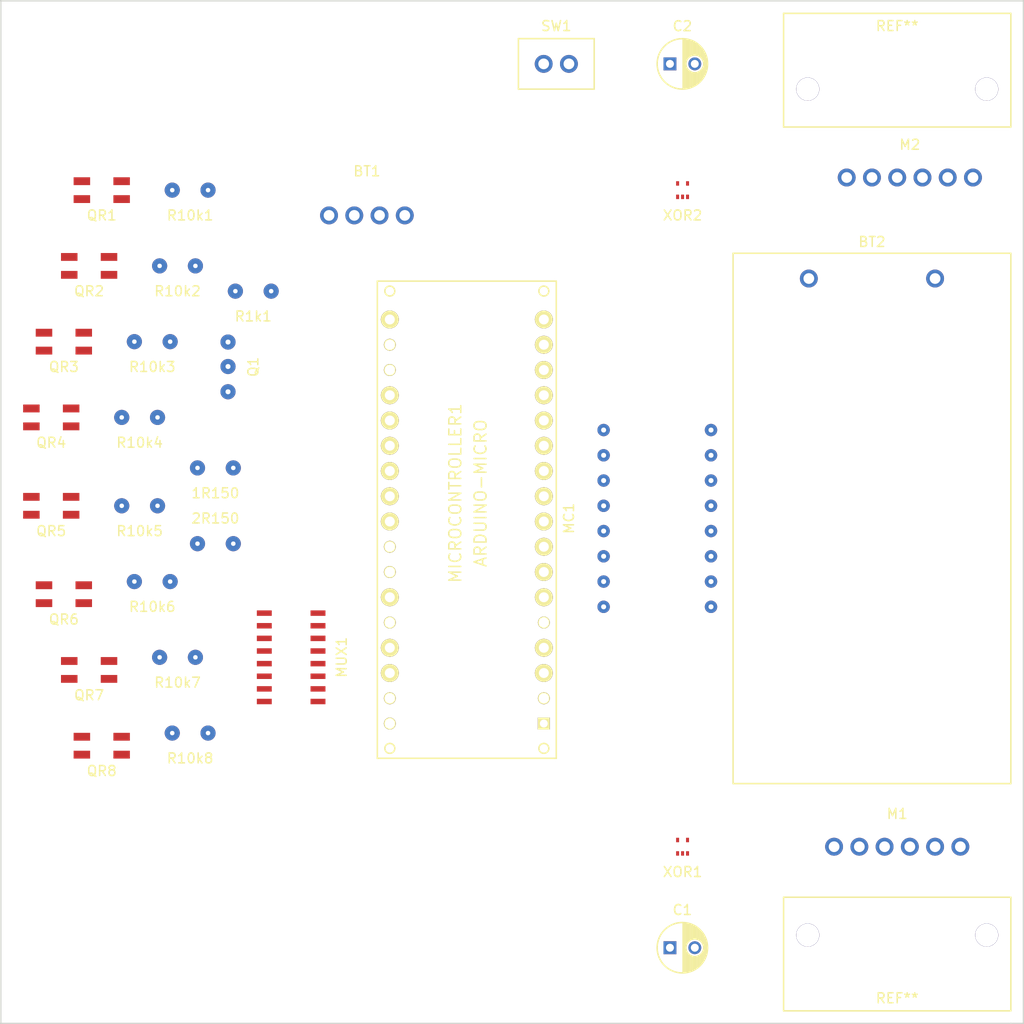
<source format=kicad_pcb>
(kicad_pcb (version 4) (host pcbnew 4.0.5)

  (general
    (links 89)
    (no_connects 89)
    (area 87.554999 51.994999 190.575001 155.015001)
    (thickness 1.6)
    (drawings 7)
    (tracks 0)
    (zones 0)
    (modules 34)
    (nets 47)
  )

  (page A4)
  (layers
    (0 F.Cu signal)
    (31 B.Cu signal)
    (32 B.Adhes user)
    (33 F.Adhes user)
    (34 B.Paste user)
    (35 F.Paste user)
    (36 B.SilkS user)
    (37 F.SilkS user)
    (38 B.Mask user)
    (39 F.Mask user)
    (40 Dwgs.User user)
    (41 Cmts.User user)
    (42 Eco1.User user)
    (43 Eco2.User user)
    (44 Edge.Cuts user)
    (45 Margin user)
    (46 B.CrtYd user)
    (47 F.CrtYd user)
    (48 B.Fab user)
    (49 F.Fab user)
  )

  (setup
    (last_trace_width 0.25)
    (trace_clearance 0.2)
    (zone_clearance 0.508)
    (zone_45_only no)
    (trace_min 0.2)
    (segment_width 0.2)
    (edge_width 0.15)
    (via_size 0.6)
    (via_drill 0.4)
    (via_min_size 0.4)
    (via_min_drill 0.3)
    (uvia_size 0.3)
    (uvia_drill 0.1)
    (uvias_allowed no)
    (uvia_min_size 0.2)
    (uvia_min_drill 0.1)
    (pcb_text_width 0.3)
    (pcb_text_size 1.5 1.5)
    (mod_edge_width 0.15)
    (mod_text_size 1 1)
    (mod_text_width 0.15)
    (pad_size 1.524 1.524)
    (pad_drill 0.762)
    (pad_to_mask_clearance 0.2)
    (aux_axis_origin 0 0)
    (visible_elements 7FFFFFFF)
    (pcbplotparams
      (layerselection 0x00030_80000001)
      (usegerberextensions false)
      (excludeedgelayer true)
      (linewidth 0.100000)
      (plotframeref false)
      (viasonmask false)
      (mode 1)
      (useauxorigin false)
      (hpglpennumber 1)
      (hpglpenspeed 20)
      (hpglpendiameter 15)
      (hpglpenoverlay 2)
      (psnegative false)
      (psa4output false)
      (plotreference true)
      (plotvalue true)
      (plotinvisibletext false)
      (padsonsilk false)
      (subtractmaskfromsilk false)
      (outputformat 1)
      (mirror false)
      (drillshape 0)
      (scaleselection 1)
      (outputdirectory ""))
  )

  (net 0 "")
  (net 1 PWMD1)
  (net 2 "Net-(1R150-Pad2)")
  (net 3 "Net-(2R150-Pad2)")
  (net 4 "Net-(BT2-Pad2)")
  (net 5 "Net-(C1-Pad1)")
  (net 6 "Net-(C1-Pad2)")
  (net 7 "Net-(C2-Pad1)")
  (net 8 "Net-(C2-Pad2)")
  (net 9 GND)
  (net 10 ENCDA)
  (net 11 +5V)
  (net 12 ENCLA)
  (net 13 PWML2)
  (net 14 PWML1)
  (net 15 "Net-(MUX1-Pad1)")
  (net 16 "Net-(MUX1-Pad2)")
  (net 17 MUX)
  (net 18 "Net-(MUX1-Pad4)")
  (net 19 "Net-(MUX1-Pad5)")
  (net 20 VSS)
  (net 21 S2)
  (net 22 S1)
  (net 23 S0)
  (net 24 "Net-(MUX1-Pad12)")
  (net 25 "Net-(MUX1-Pad13)")
  (net 26 "Net-(MUX1-Pad14)")
  (net 27 "Net-(MUX1-Pad15)")
  (net 28 VDD)
  (net 29 "Net-(Q1-Pad1)")
  (net 30 "Net-(Q1-Pad2)")
  (net 31 "Net-(QR1-Pad2)")
  (net 32 "Net-(QR2-Pad2)")
  (net 33 "Net-(QR3-Pad2)")
  (net 34 "Net-(QR5-Pad2)")
  (net 35 "Net-(QR6-Pad2)")
  (net 36 "Net-(QR7-Pad2)")
  (net 37 QR-ON)
  (net 38 "Net-(BT1-Pad2)")
  (net 39 "Net-(BT1-Pad1)")
  (net 40 "Net-(MICROCONTROLLER1-Pad2)")
  (net 41 "Net-(MICROCONTROLLER1-Pad5)")
  (net 42 "Net-(MICROCONTROLLER1-Pad6)")
  (net 43 "Net-(M1-Pad5)")
  (net 44 "Net-(M2-Pad5)")
  (net 45 "Net-(MICROCONTROLLER1-Pad24)")
  (net 46 "Net-(MICROCONTROLLER1-Pad25)")

  (net_class Default "This is the default net class."
    (clearance 0.2)
    (trace_width 0.25)
    (via_dia 0.6)
    (via_drill 0.4)
    (uvia_dia 0.3)
    (uvia_drill 0.1)
    (add_net +5V)
    (add_net ENCDA)
    (add_net ENCLA)
    (add_net GND)
    (add_net MUX)
    (add_net "Net-(1R150-Pad2)")
    (add_net "Net-(2R150-Pad2)")
    (add_net "Net-(BT1-Pad1)")
    (add_net "Net-(BT1-Pad2)")
    (add_net "Net-(BT2-Pad2)")
    (add_net "Net-(C1-Pad1)")
    (add_net "Net-(C1-Pad2)")
    (add_net "Net-(C2-Pad1)")
    (add_net "Net-(C2-Pad2)")
    (add_net "Net-(M1-Pad5)")
    (add_net "Net-(M2-Pad5)")
    (add_net "Net-(MICROCONTROLLER1-Pad2)")
    (add_net "Net-(MICROCONTROLLER1-Pad24)")
    (add_net "Net-(MICROCONTROLLER1-Pad25)")
    (add_net "Net-(MICROCONTROLLER1-Pad5)")
    (add_net "Net-(MICROCONTROLLER1-Pad6)")
    (add_net "Net-(MUX1-Pad1)")
    (add_net "Net-(MUX1-Pad12)")
    (add_net "Net-(MUX1-Pad13)")
    (add_net "Net-(MUX1-Pad14)")
    (add_net "Net-(MUX1-Pad15)")
    (add_net "Net-(MUX1-Pad2)")
    (add_net "Net-(MUX1-Pad4)")
    (add_net "Net-(MUX1-Pad5)")
    (add_net "Net-(Q1-Pad1)")
    (add_net "Net-(Q1-Pad2)")
    (add_net "Net-(QR1-Pad2)")
    (add_net "Net-(QR2-Pad2)")
    (add_net "Net-(QR3-Pad2)")
    (add_net "Net-(QR5-Pad2)")
    (add_net "Net-(QR6-Pad2)")
    (add_net "Net-(QR7-Pad2)")
    (add_net PWMD1)
    (add_net PWML1)
    (add_net PWML2)
    (add_net QR-ON)
    (add_net S0)
    (add_net S1)
    (add_net S2)
    (add_net VDD)
    (add_net VSS)
  )

  (module komponentefp:R150 (layer F.Cu) (tedit 58D7A562) (tstamp 58D8361C)
    (at 109.22 99.06)
    (path /58BCD727)
    (fp_text reference 1R150 (at 0 2.54) (layer F.SilkS)
      (effects (font (size 1 1) (thickness 0.15)))
    )
    (fp_text value R (at 0 -2.54) (layer F.Fab)
      (effects (font (size 1 1) (thickness 0.15)))
    )
    (pad 1 thru_hole circle (at -1.8 0) (size 1.524 1.524) (drill 0.45) (layers *.Cu *.Mask)
      (net 1 PWMD1))
    (pad 2 thru_hole circle (at 1.8 0) (size 1.524 1.524) (drill 0.45) (layers *.Cu *.Mask)
      (net 2 "Net-(1R150-Pad2)"))
  )

  (module komponentefp:R150 (layer F.Cu) (tedit 58D7A562) (tstamp 58D83622)
    (at 109.22 106.68 180)
    (path /58D7FCAA)
    (fp_text reference 2R150 (at 0 2.54 180) (layer F.SilkS)
      (effects (font (size 1 1) (thickness 0.15)))
    )
    (fp_text value R (at 0 -2.54 180) (layer F.Fab)
      (effects (font (size 1 1) (thickness 0.15)))
    )
    (pad 1 thru_hole circle (at -1.8 0 180) (size 1.524 1.524) (drill 0.45) (layers *.Cu *.Mask)
      (net 1 PWMD1))
    (pad 2 thru_hole circle (at 1.8 0 180) (size 1.524 1.524) (drill 0.45) (layers *.Cu *.Mask)
      (net 3 "Net-(2R150-Pad2)"))
  )

  (module komponentefp:JY_MCU (layer F.Cu) (tedit 58CDAA82) (tstamp 58D8362A)
    (at 124.46 73.66)
    (path /58CFD3F7)
    (fp_text reference BT1 (at 0 -4.445) (layer F.SilkS)
      (effects (font (size 1 1) (thickness 0.15)))
    )
    (fp_text value JY-MCU (at 0 4.064) (layer F.Fab)
      (effects (font (size 1 1) (thickness 0.15)))
    )
    (pad 4 thru_hole circle (at 3.81 0) (size 1.8 1.8) (drill 1.08) (layers *.Cu *.Mask)
      (net 11 +5V))
    (pad 3 thru_hole circle (at 1.27 0) (size 1.8 1.8) (drill 1.08) (layers *.Cu *.Mask)
      (net 9 GND))
    (pad 2 thru_hole circle (at -1.27 0) (size 1.8 1.8) (drill 1.08) (layers *.Cu *.Mask)
      (net 38 "Net-(BT1-Pad2)"))
    (pad 1 thru_hole circle (at -3.81 0) (size 1.8 1.8) (drill 1.08) (layers *.Cu *.Mask)
      (net 39 "Net-(BT1-Pad1)"))
  )

  (module komponentefp:Baterry (layer F.Cu) (tedit 58D79F4D) (tstamp 58D83630)
    (at 175.26 80.01)
    (path /58CFE501)
    (fp_text reference BT2 (at 0 -3.683) (layer F.SilkS)
      (effects (font (size 1 1) (thickness 0.15)))
    )
    (fp_text value Battery_Cell (at 0 3.302) (layer F.Fab)
      (effects (font (size 1 1) (thickness 0.15)))
    )
    (fp_line (start -13.97 50.8) (end -13.97 -2.54) (layer F.SilkS) (width 0.15))
    (fp_line (start -13.97 -2.54) (end 13.97 -2.54) (layer F.SilkS) (width 0.15))
    (fp_line (start 13.97 -2.54) (end 13.97 50.8) (layer F.SilkS) (width 0.15))
    (fp_line (start 13.97 50.8) (end -13.97 50.8) (layer F.SilkS) (width 0.15))
    (pad 2 thru_hole circle (at 6.35 0) (size 1.8 1.8) (drill 1.08) (layers *.Cu *.Mask)
      (net 4 "Net-(BT2-Pad2)"))
    (pad 1 thru_hole circle (at -6.35 0) (size 1.8 1.8) (drill 1.08) (layers *.Cu *.Mask)
      (net 1 PWMD1))
  )

  (module Capacitors_ThroughHole:C_Radial_D5_L6_P2.5 (layer F.Cu) (tedit 0) (tstamp 58D83636)
    (at 154.94 147.32)
    (descr "Radial Electrolytic Capacitor Diameter 5mm x Length 6mm, Pitch 2.5mm")
    (tags "Electrolytic Capacitor")
    (path /58BDB258)
    (fp_text reference C1 (at 1.25 -3.8) (layer F.SilkS)
      (effects (font (size 1 1) (thickness 0.15)))
    )
    (fp_text value CMD (at 1.25 3.8) (layer F.Fab)
      (effects (font (size 1 1) (thickness 0.15)))
    )
    (fp_line (start 1.325 -2.499) (end 1.325 2.499) (layer F.SilkS) (width 0.15))
    (fp_line (start 1.465 -2.491) (end 1.465 2.491) (layer F.SilkS) (width 0.15))
    (fp_line (start 1.605 -2.475) (end 1.605 -0.095) (layer F.SilkS) (width 0.15))
    (fp_line (start 1.605 0.095) (end 1.605 2.475) (layer F.SilkS) (width 0.15))
    (fp_line (start 1.745 -2.451) (end 1.745 -0.49) (layer F.SilkS) (width 0.15))
    (fp_line (start 1.745 0.49) (end 1.745 2.451) (layer F.SilkS) (width 0.15))
    (fp_line (start 1.885 -2.418) (end 1.885 -0.657) (layer F.SilkS) (width 0.15))
    (fp_line (start 1.885 0.657) (end 1.885 2.418) (layer F.SilkS) (width 0.15))
    (fp_line (start 2.025 -2.377) (end 2.025 -0.764) (layer F.SilkS) (width 0.15))
    (fp_line (start 2.025 0.764) (end 2.025 2.377) (layer F.SilkS) (width 0.15))
    (fp_line (start 2.165 -2.327) (end 2.165 -0.835) (layer F.SilkS) (width 0.15))
    (fp_line (start 2.165 0.835) (end 2.165 2.327) (layer F.SilkS) (width 0.15))
    (fp_line (start 2.305 -2.266) (end 2.305 -0.879) (layer F.SilkS) (width 0.15))
    (fp_line (start 2.305 0.879) (end 2.305 2.266) (layer F.SilkS) (width 0.15))
    (fp_line (start 2.445 -2.196) (end 2.445 -0.898) (layer F.SilkS) (width 0.15))
    (fp_line (start 2.445 0.898) (end 2.445 2.196) (layer F.SilkS) (width 0.15))
    (fp_line (start 2.585 -2.114) (end 2.585 -0.896) (layer F.SilkS) (width 0.15))
    (fp_line (start 2.585 0.896) (end 2.585 2.114) (layer F.SilkS) (width 0.15))
    (fp_line (start 2.725 -2.019) (end 2.725 -0.871) (layer F.SilkS) (width 0.15))
    (fp_line (start 2.725 0.871) (end 2.725 2.019) (layer F.SilkS) (width 0.15))
    (fp_line (start 2.865 -1.908) (end 2.865 -0.823) (layer F.SilkS) (width 0.15))
    (fp_line (start 2.865 0.823) (end 2.865 1.908) (layer F.SilkS) (width 0.15))
    (fp_line (start 3.005 -1.78) (end 3.005 -0.745) (layer F.SilkS) (width 0.15))
    (fp_line (start 3.005 0.745) (end 3.005 1.78) (layer F.SilkS) (width 0.15))
    (fp_line (start 3.145 -1.631) (end 3.145 -0.628) (layer F.SilkS) (width 0.15))
    (fp_line (start 3.145 0.628) (end 3.145 1.631) (layer F.SilkS) (width 0.15))
    (fp_line (start 3.285 -1.452) (end 3.285 -0.44) (layer F.SilkS) (width 0.15))
    (fp_line (start 3.285 0.44) (end 3.285 1.452) (layer F.SilkS) (width 0.15))
    (fp_line (start 3.425 -1.233) (end 3.425 1.233) (layer F.SilkS) (width 0.15))
    (fp_line (start 3.565 -0.944) (end 3.565 0.944) (layer F.SilkS) (width 0.15))
    (fp_line (start 3.705 -0.472) (end 3.705 0.472) (layer F.SilkS) (width 0.15))
    (fp_circle (center 2.5 0) (end 2.5 -0.9) (layer F.SilkS) (width 0.15))
    (fp_circle (center 1.25 0) (end 1.25 -2.5375) (layer F.SilkS) (width 0.15))
    (fp_circle (center 1.25 0) (end 1.25 -2.8) (layer F.CrtYd) (width 0.05))
    (pad 1 thru_hole rect (at 0 0) (size 1.3 1.3) (drill 0.8) (layers *.Cu *.Mask)
      (net 5 "Net-(C1-Pad1)"))
    (pad 2 thru_hole circle (at 2.5 0) (size 1.3 1.3) (drill 0.8) (layers *.Cu *.Mask)
      (net 6 "Net-(C1-Pad2)"))
    (model Capacitors_ThroughHole.3dshapes/C_Radial_D5_L6_P2.5.wrl
      (at (xyz 0.0492126 0 0))
      (scale (xyz 1 1 1))
      (rotate (xyz 0 0 90))
    )
  )

  (module Capacitors_ThroughHole:C_Radial_D5_L6_P2.5 (layer F.Cu) (tedit 0) (tstamp 58D8363C)
    (at 154.94 58.42)
    (descr "Radial Electrolytic Capacitor Diameter 5mm x Length 6mm, Pitch 2.5mm")
    (tags "Electrolytic Capacitor")
    (path /58BDB300)
    (fp_text reference C2 (at 1.25 -3.8) (layer F.SilkS)
      (effects (font (size 1 1) (thickness 0.15)))
    )
    (fp_text value CML (at 1.25 3.8) (layer F.Fab)
      (effects (font (size 1 1) (thickness 0.15)))
    )
    (fp_line (start 1.325 -2.499) (end 1.325 2.499) (layer F.SilkS) (width 0.15))
    (fp_line (start 1.465 -2.491) (end 1.465 2.491) (layer F.SilkS) (width 0.15))
    (fp_line (start 1.605 -2.475) (end 1.605 -0.095) (layer F.SilkS) (width 0.15))
    (fp_line (start 1.605 0.095) (end 1.605 2.475) (layer F.SilkS) (width 0.15))
    (fp_line (start 1.745 -2.451) (end 1.745 -0.49) (layer F.SilkS) (width 0.15))
    (fp_line (start 1.745 0.49) (end 1.745 2.451) (layer F.SilkS) (width 0.15))
    (fp_line (start 1.885 -2.418) (end 1.885 -0.657) (layer F.SilkS) (width 0.15))
    (fp_line (start 1.885 0.657) (end 1.885 2.418) (layer F.SilkS) (width 0.15))
    (fp_line (start 2.025 -2.377) (end 2.025 -0.764) (layer F.SilkS) (width 0.15))
    (fp_line (start 2.025 0.764) (end 2.025 2.377) (layer F.SilkS) (width 0.15))
    (fp_line (start 2.165 -2.327) (end 2.165 -0.835) (layer F.SilkS) (width 0.15))
    (fp_line (start 2.165 0.835) (end 2.165 2.327) (layer F.SilkS) (width 0.15))
    (fp_line (start 2.305 -2.266) (end 2.305 -0.879) (layer F.SilkS) (width 0.15))
    (fp_line (start 2.305 0.879) (end 2.305 2.266) (layer F.SilkS) (width 0.15))
    (fp_line (start 2.445 -2.196) (end 2.445 -0.898) (layer F.SilkS) (width 0.15))
    (fp_line (start 2.445 0.898) (end 2.445 2.196) (layer F.SilkS) (width 0.15))
    (fp_line (start 2.585 -2.114) (end 2.585 -0.896) (layer F.SilkS) (width 0.15))
    (fp_line (start 2.585 0.896) (end 2.585 2.114) (layer F.SilkS) (width 0.15))
    (fp_line (start 2.725 -2.019) (end 2.725 -0.871) (layer F.SilkS) (width 0.15))
    (fp_line (start 2.725 0.871) (end 2.725 2.019) (layer F.SilkS) (width 0.15))
    (fp_line (start 2.865 -1.908) (end 2.865 -0.823) (layer F.SilkS) (width 0.15))
    (fp_line (start 2.865 0.823) (end 2.865 1.908) (layer F.SilkS) (width 0.15))
    (fp_line (start 3.005 -1.78) (end 3.005 -0.745) (layer F.SilkS) (width 0.15))
    (fp_line (start 3.005 0.745) (end 3.005 1.78) (layer F.SilkS) (width 0.15))
    (fp_line (start 3.145 -1.631) (end 3.145 -0.628) (layer F.SilkS) (width 0.15))
    (fp_line (start 3.145 0.628) (end 3.145 1.631) (layer F.SilkS) (width 0.15))
    (fp_line (start 3.285 -1.452) (end 3.285 -0.44) (layer F.SilkS) (width 0.15))
    (fp_line (start 3.285 0.44) (end 3.285 1.452) (layer F.SilkS) (width 0.15))
    (fp_line (start 3.425 -1.233) (end 3.425 1.233) (layer F.SilkS) (width 0.15))
    (fp_line (start 3.565 -0.944) (end 3.565 0.944) (layer F.SilkS) (width 0.15))
    (fp_line (start 3.705 -0.472) (end 3.705 0.472) (layer F.SilkS) (width 0.15))
    (fp_circle (center 2.5 0) (end 2.5 -0.9) (layer F.SilkS) (width 0.15))
    (fp_circle (center 1.25 0) (end 1.25 -2.5375) (layer F.SilkS) (width 0.15))
    (fp_circle (center 1.25 0) (end 1.25 -2.8) (layer F.CrtYd) (width 0.05))
    (pad 1 thru_hole rect (at 0 0) (size 1.3 1.3) (drill 0.8) (layers *.Cu *.Mask)
      (net 7 "Net-(C2-Pad1)"))
    (pad 2 thru_hole circle (at 2.5 0) (size 1.3 1.3) (drill 0.8) (layers *.Cu *.Mask)
      (net 8 "Net-(C2-Pad2)"))
    (model Capacitors_ThroughHole.3dshapes/C_Radial_D5_L6_P2.5.wrl
      (at (xyz 0.0492126 0 0))
      (scale (xyz 1 1 1))
      (rotate (xyz 0 0 90))
    )
  )

  (module komponentefp:EM_Encoder (layer F.Cu) (tedit 58D6BF52) (tstamp 58D83646)
    (at 177.8 137.16)
    (path /58D81847)
    (fp_text reference M1 (at 0 -3.302) (layer F.SilkS)
      (effects (font (size 1 1) (thickness 0.15)))
    )
    (fp_text value Motor_Encoder (at 0 3.81) (layer F.Fab)
      (effects (font (size 1 1) (thickness 0.15)))
    )
    (pad 6 thru_hole circle (at 6.35 0) (size 1.8 1.8) (drill 1.08) (layers *.Cu *.Mask)
      (net 9 GND))
    (pad 5 thru_hole circle (at 3.81 0) (size 1.8 1.8) (drill 1.08) (layers *.Cu *.Mask)
      (net 43 "Net-(M1-Pad5)"))
    (pad 4 thru_hole circle (at 1.27 0) (size 1.8 1.8) (drill 1.08) (layers *.Cu *.Mask)
      (net 10 ENCDA))
    (pad 3 thru_hole circle (at -1.27 0) (size 1.8 1.8) (drill 1.08) (layers *.Cu *.Mask)
      (net 11 +5V))
    (pad 2 thru_hole circle (at -3.81 0) (size 1.8 1.8) (drill 1.08) (layers *.Cu *.Mask)
      (net 6 "Net-(C1-Pad2)"))
    (pad 1 thru_hole circle (at -6.35 0) (size 1.8 1.8) (drill 1.08) (layers *.Cu *.Mask)
      (net 5 "Net-(C1-Pad1)"))
  )

  (module komponentefp:EM_Encoder (layer F.Cu) (tedit 58D6BF52) (tstamp 58D83650)
    (at 179.07 69.85)
    (path /58D81A11)
    (fp_text reference M2 (at 0 -3.302) (layer F.SilkS)
      (effects (font (size 1 1) (thickness 0.15)))
    )
    (fp_text value Motor_Encoder (at 0 3.81) (layer F.Fab)
      (effects (font (size 1 1) (thickness 0.15)))
    )
    (pad 6 thru_hole circle (at 6.35 0) (size 1.8 1.8) (drill 1.08) (layers *.Cu *.Mask)
      (net 9 GND))
    (pad 5 thru_hole circle (at 3.81 0) (size 1.8 1.8) (drill 1.08) (layers *.Cu *.Mask)
      (net 44 "Net-(M2-Pad5)"))
    (pad 4 thru_hole circle (at 1.27 0) (size 1.8 1.8) (drill 1.08) (layers *.Cu *.Mask)
      (net 12 ENCLA))
    (pad 3 thru_hole circle (at -1.27 0) (size 1.8 1.8) (drill 1.08) (layers *.Cu *.Mask)
      (net 11 +5V))
    (pad 2 thru_hole circle (at -3.81 0) (size 1.8 1.8) (drill 1.08) (layers *.Cu *.Mask)
      (net 8 "Net-(C2-Pad2)"))
    (pad 1 thru_hole circle (at -6.35 0) (size 1.8 1.8) (drill 1.08) (layers *.Cu *.Mask)
      (net 7 "Net-(C2-Pad1)"))
  )

  (module komponentefp:L293_MOTOR_CONTROLLER (layer F.Cu) (tedit 58C6EECE) (tstamp 58D83664)
    (at 153.67 104.14 270)
    (path /58BD7EC5)
    (fp_text reference MC1 (at 0 8.89 270) (layer F.SilkS)
      (effects (font (size 1 1) (thickness 0.15)))
    )
    (fp_text value L293_MOTOR_CONTROLLER (at 0 -8.89 270) (layer F.Fab)
      (effects (font (size 1 1) (thickness 0.15)))
    )
    (pad 5 thru_hole circle (at 1.27 5.4 270) (size 1.25 1.25) (drill 0.5) (layers *.Cu *.Mask)
      (net 9 GND))
    (pad 12 thru_hole circle (at 1.27 -5.4 270) (size 1.25 1.25) (drill 0.5) (layers *.Cu *.Mask)
      (net 9 GND))
    (pad 6 thru_hole circle (at 3.81 5.4 270) (size 1.25 1.25) (drill 0.5) (layers *.Cu *.Mask)
      (net 6 "Net-(C1-Pad2)"))
    (pad 11 thru_hole circle (at 3.81 -5.4 270) (size 1.25 1.25) (drill 0.5) (layers *.Cu *.Mask)
      (net 7 "Net-(C2-Pad1)"))
    (pad 14 thru_hole circle (at -3.81 -5.4 270) (size 1.25 1.25) (drill 0.5) (layers *.Cu *.Mask)
      (net 8 "Net-(C2-Pad2)"))
    (pad 3 thru_hole circle (at -3.81 5.4 270) (size 1.25 1.25) (drill 0.5) (layers *.Cu *.Mask)
      (net 5 "Net-(C1-Pad1)"))
    (pad 13 thru_hole circle (at -1.27 -5.4 270) (size 1.25 1.25) (drill 0.5) (layers *.Cu *.Mask)
      (net 9 GND))
    (pad 4 thru_hole circle (at -1.27 5.4 270) (size 1.25 1.25) (drill 0.5) (layers *.Cu *.Mask)
      (net 9 GND))
    (pad 15 thru_hole circle (at -6.35 -5.4 270) (size 1.25 1.25) (drill 0.5) (layers *.Cu *.Mask)
      (net 13 PWML2))
    (pad 2 thru_hole circle (at -6.35 5.4 270) (size 1.25 1.25) (drill 0.5) (layers *.Cu *.Mask)
      (net 1 PWMD1))
    (pad 16 thru_hole circle (at -8.89 -5.4 270) (size 1.25 1.25) (drill 0.5) (layers *.Cu *.Mask)
      (net 11 +5V))
    (pad 1 thru_hole circle (at -8.89 5.4 270) (size 1.25 1.25) (drill 0.5) (layers *.Cu *.Mask)
      (net 11 +5V))
    (pad 9 thru_hole circle (at 8.89 -5.4 270) (size 1.25 1.25) (drill 0.5) (layers *.Cu *.Mask)
      (net 11 +5V))
    (pad 8 thru_hole circle (at 8.89 5.4 270) (size 1.25 1.25) (drill 0.5) (layers *.Cu *.Mask)
      (net 1 PWMD1))
    (pad 10 thru_hole circle (at 6.35 -5.4 270) (size 1.25 1.25) (drill 0.5) (layers *.Cu *.Mask)
      (net 14 PWML1))
    (pad 7 thru_hole circle (at 6.35 5.4 270) (size 1.25 1.25) (drill 0.5) (layers *.Cu *.Mask)
      (net 1 PWMD1))
  )

  (module komponentefp:ARDUINO_MICRO_SHIELD (layer F.Cu) (tedit 58CDA8BB) (tstamp 58D8368A)
    (at 143.51 128.27 90)
    (tags "ARDUINO, MICRO")
    (path /58BD7BC1)
    (fp_text reference MICROCONTROLLER1 (at 26.67 -10.16 90) (layer F.SilkS)
      (effects (font (size 1.2 1.2) (thickness 0.15)))
    )
    (fp_text value ARDUINO-MICRO (at 26.67 -7.62 90) (layer F.SilkS)
      (effects (font (size 1.2 1.2) (thickness 0.15)))
    )
    (fp_circle (center 1 -1.254) (end 1.5 -1.254) (layer F.SilkS) (width 0.15))
    (fp_circle (center 1 -16.746) (end 1.5 -16.746) (layer F.SilkS) (width 0.15))
    (fp_circle (center 47 -1.254) (end 47.5 -1.254) (layer F.SilkS) (width 0.15))
    (fp_circle (center 47 -16.746) (end 47.5 -16.746) (layer F.SilkS) (width 0.15))
    (fp_line (start 0 -18) (end 48 -18) (layer F.SilkS) (width 0.15))
    (fp_line (start 48 -18) (end 48 0) (layer F.SilkS) (width 0.15))
    (fp_line (start 48 0) (end 0 0) (layer F.SilkS) (width 0.15))
    (fp_line (start 0 0) (end 0 -18) (layer F.SilkS) (width 0.15))
    (pad SCK thru_hole circle (at 3.5 -16.746 90) (size 1.2 1.2) (drill 1) (layers *.Cu *.Mask F.SilkS))
    (pad MI thru_hole circle (at 6.04 -16.746 90) (size 1.2 1.2) (drill 1) (layers *.Cu *.Mask F.SilkS))
    (pad VI thru_hole circle (at 8.58 -16.746 90) (size 1.8 1.8) (drill 1) (layers *.Cu *.Mask F.SilkS))
    (pad GND thru_hole circle (at 11.12 -16.746 90) (size 1.8 1.8) (drill 1) (layers *.Cu *.Mask F.SilkS))
    (pad RST thru_hole circle (at 13.66 -16.746 90) (size 1.2 1.2) (drill 1) (layers *.Cu *.Mask F.SilkS))
    (pad 5V thru_hole circle (at 16.2 -16.746 90) (size 1.8 1.8) (drill 1) (layers *.Cu *.Mask F.SilkS))
    (pad NC thru_hole circle (at 18.74 -16.746 90) (size 1.2 1.2) (drill 1) (layers *.Cu *.Mask F.SilkS))
    (pad NC thru_hole circle (at 21.28 -16.746 90) (size 1.2 1.2) (drill 1) (layers *.Cu *.Mask F.SilkS))
    (pad A5 thru_hole circle (at 23.82 -16.746 90) (size 1.8 1.8) (drill 1) (layers *.Cu *.Mask F.SilkS))
    (pad A4 thru_hole circle (at 26.36 -16.746 90) (size 1.8 1.8) (drill 1) (layers *.Cu *.Mask F.SilkS))
    (pad A3 thru_hole circle (at 28.9 -16.746 90) (size 1.8 1.8) (drill 1) (layers *.Cu *.Mask F.SilkS))
    (pad A2 thru_hole circle (at 31.44 -16.746 90) (size 1.8 1.8) (drill 1) (layers *.Cu *.Mask F.SilkS))
    (pad A1 thru_hole circle (at 33.98 -16.746 90) (size 1.8 1.8) (drill 1) (layers *.Cu *.Mask F.SilkS))
    (pad A0 thru_hole circle (at 36.52 -16.746 90) (size 1.8 1.8) (drill 1) (layers *.Cu *.Mask F.SilkS))
    (pad AREF thru_hole circle (at 39.06 -16.746 90) (size 1.2 1.2) (drill 1) (layers *.Cu *.Mask F.SilkS))
    (pad 3.3V thru_hole circle (at 41.6 -16.746 90) (size 1.2 1.2) (drill 1) (layers *.Cu *.Mask F.SilkS))
    (pad 13 thru_hole circle (at 44.14 -16.746 90) (size 1.8 1.8) (drill 1) (layers *.Cu *.Mask F.SilkS)
      (net 22 S1))
    (pad MO thru_hole rect (at 3.5 -1.254 90) (size 1.2 1.2) (drill 0.8) (layers *.Cu *.Mask F.SilkS))
    (pad SS thru_hole circle (at 6.04 -1.254 90) (size 1.2 1.2) (drill 1) (layers *.Cu *.Mask F.SilkS))
    (pad TX thru_hole circle (at 8.58 -1.254 90) (size 1.8 1.8) (drill 1) (layers *.Cu *.Mask F.SilkS))
    (pad RX thru_hole circle (at 11.12 -1.254 90) (size 1.8 1.8) (drill 1) (layers *.Cu *.Mask F.SilkS))
    (pad RST thru_hole circle (at 13.66 -1.254 90) (size 1.2 1.2) (drill 1) (layers *.Cu *.Mask F.SilkS))
    (pad GND thru_hole circle (at 16.2 -1.254 90) (size 1.8 1.8) (drill 1) (layers *.Cu *.Mask F.SilkS))
    (pad 2 thru_hole circle (at 18.74 -1.254 90) (size 1.8 1.8) (drill 1) (layers *.Cu *.Mask F.SilkS)
      (net 40 "Net-(MICROCONTROLLER1-Pad2)"))
    (pad 3 thru_hole circle (at 21.28 -1.254 90) (size 1.8 1.8) (drill 1) (layers *.Cu *.Mask F.SilkS)
      (net 39 "Net-(BT1-Pad1)"))
    (pad 4 thru_hole circle (at 23.82 -1.254 90) (size 1.8 1.8) (drill 1) (layers *.Cu *.Mask F.SilkS)
      (net 38 "Net-(BT1-Pad2)"))
    (pad 5 thru_hole circle (at 26.36 -1.254 90) (size 1.8 1.8) (drill 1) (layers *.Cu *.Mask F.SilkS)
      (net 41 "Net-(MICROCONTROLLER1-Pad5)"))
    (pad 6 thru_hole circle (at 28.9 -1.254 90) (size 1.8 1.8) (drill 1) (layers *.Cu *.Mask F.SilkS)
      (net 42 "Net-(MICROCONTROLLER1-Pad6)"))
    (pad 7 thru_hole circle (at 31.44 -1.254 90) (size 1.8 1.8) (drill 1) (layers *.Cu *.Mask F.SilkS)
      (net 12 ENCLA))
    (pad 8 thru_hole circle (at 33.98 -1.254 90) (size 1.8 1.8) (drill 1) (layers *.Cu *.Mask F.SilkS)
      (net 10 ENCDA))
    (pad 9 thru_hole circle (at 36.52 -1.254 90) (size 1.8 1.8) (drill 1) (layers *.Cu *.Mask F.SilkS)
      (net 37 QR-ON))
    (pad 10 thru_hole circle (at 39.06 -1.254 90) (size 1.8 1.8) (drill 1) (layers *.Cu *.Mask F.SilkS)
      (net 14 PWML1))
    (pad 11 thru_hole circle (at 41.6 -1.254 90) (size 1.8 1.8) (drill 1) (layers *.Cu *.Mask F.SilkS)
      (net 13 PWML2))
    (pad 12 thru_hole circle (at 44.14 -1.254 90) (size 1.8 1.8) (drill 1) (layers *.Cu *.Mask F.SilkS)
      (net 23 S0))
  )

  (module komponentefp:mux4051 (layer F.Cu) (tedit 58C6C930) (tstamp 58D8369E)
    (at 116.84 118.11 90)
    (path /58BC7F41)
    (fp_text reference MUX1 (at 0 5.08 90) (layer F.SilkS)
      (effects (font (size 1 1) (thickness 0.15)))
    )
    (fp_text value 4051 (at 0 -5.08 90) (layer F.Fab)
      (effects (font (size 1 1) (thickness 0.15)))
    )
    (pad 1 smd rect (at -4.445 2.7 90) (size 0.55 1.5) (layers F.Cu F.Paste F.Mask)
      (net 15 "Net-(MUX1-Pad1)"))
    (pad 2 smd rect (at -3.175 2.7 90) (size 0.55 1.5) (layers F.Cu F.Paste F.Mask)
      (net 16 "Net-(MUX1-Pad2)"))
    (pad 3 smd rect (at -1.905 2.7 90) (size 0.55 1.5) (layers F.Cu F.Paste F.Mask)
      (net 17 MUX))
    (pad 4 smd rect (at -0.635 2.7 90) (size 0.55 1.5) (layers F.Cu F.Paste F.Mask)
      (net 18 "Net-(MUX1-Pad4)"))
    (pad 5 smd rect (at 0.635 2.7 90) (size 0.55 1.5) (layers F.Cu F.Paste F.Mask)
      (net 19 "Net-(MUX1-Pad5)"))
    (pad 6 smd rect (at 1.905 2.7 90) (size 0.55 1.5) (layers F.Cu F.Paste F.Mask)
      (net 9 GND))
    (pad 7 smd rect (at 3.175 2.7 90) (size 0.55 1.5) (layers F.Cu F.Paste F.Mask)
      (net 9 GND))
    (pad 8 smd rect (at 4.445 2.7 90) (size 0.55 1.5) (layers F.Cu F.Paste F.Mask)
      (net 20 VSS))
    (pad 9 smd rect (at 4.445 -2.7 90) (size 0.55 1.5) (layers F.Cu F.Paste F.Mask)
      (net 21 S2))
    (pad 10 smd rect (at 3.175 -2.7 90) (size 0.55 1.5) (layers F.Cu F.Paste F.Mask)
      (net 22 S1))
    (pad 11 smd rect (at 1.905 -2.7 90) (size 0.55 1.5) (layers F.Cu F.Paste F.Mask)
      (net 23 S0))
    (pad 12 smd rect (at 0.635 -2.7 90) (size 0.55 1.5) (layers F.Cu F.Paste F.Mask)
      (net 24 "Net-(MUX1-Pad12)"))
    (pad 13 smd rect (at -0.635 -2.7 90) (size 0.55 1.5) (layers F.Cu F.Paste F.Mask)
      (net 25 "Net-(MUX1-Pad13)"))
    (pad 14 smd rect (at -1.905 -2.7 90) (size 0.55 1.5) (layers F.Cu F.Paste F.Mask)
      (net 26 "Net-(MUX1-Pad14)"))
    (pad 15 smd rect (at -3.175 -2.7 90) (size 0.55 1.5) (layers F.Cu F.Paste F.Mask)
      (net 27 "Net-(MUX1-Pad15)"))
    (pad 16 smd rect (at -4.445 -2.7 90) (size 0.55 1.5) (layers F.Cu F.Paste F.Mask)
      (net 28 VDD))
  )

  (module komponentefp:npn-10v (layer F.Cu) (tedit 58C6E671) (tstamp 58D836A5)
    (at 110.49 88.9 90)
    (path /58BD42D9)
    (fp_text reference Q1 (at 0 2.54 90) (layer F.SilkS)
      (effects (font (size 1 1) (thickness 0.15)))
    )
    (fp_text value Q_NPN_BCE (at 0 -2.54 90) (layer F.Fab)
      (effects (font (size 1 1) (thickness 0.15)))
    )
    (pad 1 thru_hole circle (at 0.04 0 90) (size 1.524 1.524) (drill 0.5) (layers *.Cu *.Mask)
      (net 29 "Net-(Q1-Pad1)"))
    (pad 2 thru_hole circle (at -2.5 0 90) (size 1.524 1.524) (drill 0.5) (layers *.Cu *.Mask)
      (net 30 "Net-(Q1-Pad2)"))
    (pad 3 thru_hole circle (at 2.5 0 90) (size 1.524 1.524) (drill 0.5) (layers *.Cu *.Mask)
      (net 9 GND))
  )

  (module komponentefp:QRE1113 (layer F.Cu) (tedit 58C547EA) (tstamp 58D836AD)
    (at 97.79 71.12)
    (path /58BC614C)
    (fp_text reference QR1 (at 0 2.54) (layer F.SilkS)
      (effects (font (size 1 1) (thickness 0.15)))
    )
    (fp_text value QRE1113 (at 0 -2.54) (layer F.Fab)
      (effects (font (size 1 1) (thickness 0.15)))
    )
    (pad 1 smd rect (at -2 0.9) (size 1.66 0.79) (layers F.Cu F.Paste F.Mask)
      (net 2 "Net-(1R150-Pad2)"))
    (pad 2 smd rect (at 2 0.9) (size 1.66 0.79) (layers F.Cu F.Paste F.Mask)
      (net 31 "Net-(QR1-Pad2)"))
    (pad 3 smd rect (at 2 -0.9) (size 1.66 0.79) (layers F.Cu F.Paste F.Mask)
      (net 25 "Net-(MUX1-Pad13)"))
    (pad 4 smd rect (at -2 -0.9) (size 1.66 0.79) (layers F.Cu F.Paste F.Mask)
      (net 9 GND))
  )

  (module komponentefp:QRE1113 (layer F.Cu) (tedit 58C547EA) (tstamp 58D836B5)
    (at 96.52 78.74)
    (path /58BC5B3C)
    (fp_text reference QR2 (at 0 2.54) (layer F.SilkS)
      (effects (font (size 1 1) (thickness 0.15)))
    )
    (fp_text value QRE1113 (at 0 -2.54) (layer F.Fab)
      (effects (font (size 1 1) (thickness 0.15)))
    )
    (pad 1 smd rect (at -2 0.9) (size 1.66 0.79) (layers F.Cu F.Paste F.Mask)
      (net 31 "Net-(QR1-Pad2)"))
    (pad 2 smd rect (at 2 0.9) (size 1.66 0.79) (layers F.Cu F.Paste F.Mask)
      (net 32 "Net-(QR2-Pad2)"))
    (pad 3 smd rect (at 2 -0.9) (size 1.66 0.79) (layers F.Cu F.Paste F.Mask)
      (net 26 "Net-(MUX1-Pad14)"))
    (pad 4 smd rect (at -2 -0.9) (size 1.66 0.79) (layers F.Cu F.Paste F.Mask)
      (net 9 GND))
  )

  (module komponentefp:QRE1113 (layer F.Cu) (tedit 58C547EA) (tstamp 58D836BD)
    (at 93.98 86.36)
    (path /58BC5C82)
    (fp_text reference QR3 (at 0 2.54) (layer F.SilkS)
      (effects (font (size 1 1) (thickness 0.15)))
    )
    (fp_text value QRE1113 (at 0 -2.54) (layer F.Fab)
      (effects (font (size 1 1) (thickness 0.15)))
    )
    (pad 1 smd rect (at -2 0.9) (size 1.66 0.79) (layers F.Cu F.Paste F.Mask)
      (net 32 "Net-(QR2-Pad2)"))
    (pad 2 smd rect (at 2 0.9) (size 1.66 0.79) (layers F.Cu F.Paste F.Mask)
      (net 33 "Net-(QR3-Pad2)"))
    (pad 3 smd rect (at 2 -0.9) (size 1.66 0.79) (layers F.Cu F.Paste F.Mask)
      (net 27 "Net-(MUX1-Pad15)"))
    (pad 4 smd rect (at -2 -0.9) (size 1.66 0.79) (layers F.Cu F.Paste F.Mask)
      (net 9 GND))
  )

  (module komponentefp:QRE1113 (layer F.Cu) (tedit 58C547EA) (tstamp 58D836C5)
    (at 92.71 93.98)
    (path /58BC5D81)
    (fp_text reference QR4 (at 0 2.54) (layer F.SilkS)
      (effects (font (size 1 1) (thickness 0.15)))
    )
    (fp_text value QRE1113 (at 0 -2.54) (layer F.Fab)
      (effects (font (size 1 1) (thickness 0.15)))
    )
    (pad 1 smd rect (at -2 0.9) (size 1.66 0.79) (layers F.Cu F.Paste F.Mask)
      (net 33 "Net-(QR3-Pad2)"))
    (pad 2 smd rect (at 2 0.9) (size 1.66 0.79) (layers F.Cu F.Paste F.Mask)
      (net 30 "Net-(Q1-Pad2)"))
    (pad 3 smd rect (at 2 -0.9) (size 1.66 0.79) (layers F.Cu F.Paste F.Mask)
      (net 24 "Net-(MUX1-Pad12)"))
    (pad 4 smd rect (at -2 -0.9) (size 1.66 0.79) (layers F.Cu F.Paste F.Mask)
      (net 9 GND))
  )

  (module komponentefp:QRE1113 (layer F.Cu) (tedit 58C547EA) (tstamp 58D836CD)
    (at 92.71 102.87)
    (path /58BC5E34)
    (fp_text reference QR5 (at 0 2.54) (layer F.SilkS)
      (effects (font (size 1 1) (thickness 0.15)))
    )
    (fp_text value QRE1113 (at 0 -2.54) (layer F.Fab)
      (effects (font (size 1 1) (thickness 0.15)))
    )
    (pad 1 smd rect (at -2 0.9) (size 1.66 0.79) (layers F.Cu F.Paste F.Mask)
      (net 3 "Net-(2R150-Pad2)"))
    (pad 2 smd rect (at 2 0.9) (size 1.66 0.79) (layers F.Cu F.Paste F.Mask)
      (net 34 "Net-(QR5-Pad2)"))
    (pad 3 smd rect (at 2 -0.9) (size 1.66 0.79) (layers F.Cu F.Paste F.Mask)
      (net 15 "Net-(MUX1-Pad1)"))
    (pad 4 smd rect (at -2 -0.9) (size 1.66 0.79) (layers F.Cu F.Paste F.Mask)
      (net 9 GND))
  )

  (module komponentefp:QRE1113 (layer F.Cu) (tedit 58C547EA) (tstamp 58D836D5)
    (at 93.98 111.76)
    (path /58BC5EA3)
    (fp_text reference QR6 (at 0 2.54) (layer F.SilkS)
      (effects (font (size 1 1) (thickness 0.15)))
    )
    (fp_text value QRE1113 (at 0 -2.54) (layer F.Fab)
      (effects (font (size 1 1) (thickness 0.15)))
    )
    (pad 1 smd rect (at -2 0.9) (size 1.66 0.79) (layers F.Cu F.Paste F.Mask)
      (net 34 "Net-(QR5-Pad2)"))
    (pad 2 smd rect (at 2 0.9) (size 1.66 0.79) (layers F.Cu F.Paste F.Mask)
      (net 35 "Net-(QR6-Pad2)"))
    (pad 3 smd rect (at 2 -0.9) (size 1.66 0.79) (layers F.Cu F.Paste F.Mask)
      (net 19 "Net-(MUX1-Pad5)"))
    (pad 4 smd rect (at -2 -0.9) (size 1.66 0.79) (layers F.Cu F.Paste F.Mask)
      (net 9 GND))
  )

  (module komponentefp:QRE1113 (layer F.Cu) (tedit 58C547EA) (tstamp 58D836DD)
    (at 96.52 119.38)
    (path /58BC5F08)
    (fp_text reference QR7 (at 0 2.54) (layer F.SilkS)
      (effects (font (size 1 1) (thickness 0.15)))
    )
    (fp_text value QRE1113 (at 0 -2.54) (layer F.Fab)
      (effects (font (size 1 1) (thickness 0.15)))
    )
    (pad 1 smd rect (at -2 0.9) (size 1.66 0.79) (layers F.Cu F.Paste F.Mask)
      (net 35 "Net-(QR6-Pad2)"))
    (pad 2 smd rect (at 2 0.9) (size 1.66 0.79) (layers F.Cu F.Paste F.Mask)
      (net 36 "Net-(QR7-Pad2)"))
    (pad 3 smd rect (at 2 -0.9) (size 1.66 0.79) (layers F.Cu F.Paste F.Mask)
      (net 16 "Net-(MUX1-Pad2)"))
    (pad 4 smd rect (at -2 -0.9) (size 1.66 0.79) (layers F.Cu F.Paste F.Mask)
      (net 9 GND))
  )

  (module komponentefp:QRE1113 (layer F.Cu) (tedit 58C547EA) (tstamp 58D836E5)
    (at 97.79 127)
    (path /58BC603D)
    (fp_text reference QR8 (at 0 2.54) (layer F.SilkS)
      (effects (font (size 1 1) (thickness 0.15)))
    )
    (fp_text value QRE1113 (at 0 -2.54) (layer F.Fab)
      (effects (font (size 1 1) (thickness 0.15)))
    )
    (pad 1 smd rect (at -2 0.9) (size 1.66 0.79) (layers F.Cu F.Paste F.Mask)
      (net 36 "Net-(QR7-Pad2)"))
    (pad 2 smd rect (at 2 0.9) (size 1.66 0.79) (layers F.Cu F.Paste F.Mask)
      (net 30 "Net-(Q1-Pad2)"))
    (pad 3 smd rect (at 2 -0.9) (size 1.66 0.79) (layers F.Cu F.Paste F.Mask)
      (net 18 "Net-(MUX1-Pad4)"))
    (pad 4 smd rect (at -2 -0.9) (size 1.66 0.79) (layers F.Cu F.Paste F.Mask)
      (net 9 GND))
  )

  (module komponentefp:R1k (layer F.Cu) (tedit 58D7A5F2) (tstamp 58D836EB)
    (at 113.03 81.28)
    (path /58CF9223)
    (fp_text reference R1k1 (at 0 2.54) (layer F.SilkS)
      (effects (font (size 1 1) (thickness 0.15)))
    )
    (fp_text value R (at 0 -2.54) (layer F.Fab)
      (effects (font (size 1 1) (thickness 0.15)))
    )
    (pad 1 thru_hole circle (at -1.8 0) (size 1.524 1.524) (drill 0.45) (layers *.Cu *.Mask)
      (net 29 "Net-(Q1-Pad1)"))
    (pad 2 thru_hole circle (at 1.8 0) (size 1.524 1.524) (drill 0.45) (layers *.Cu *.Mask)
      (net 37 QR-ON))
  )

  (module komponentefp:R10k (layer F.Cu) (tedit 58D7A5B3) (tstamp 58D836F1)
    (at 106.68 71.12)
    (path /58BC8D76)
    (fp_text reference R10k1 (at 0 2.54) (layer F.SilkS)
      (effects (font (size 1 1) (thickness 0.15)))
    )
    (fp_text value R (at 0 -2.54) (layer F.Fab)
      (effects (font (size 1 1) (thickness 0.15)))
    )
    (pad 1 thru_hole circle (at -1.8 0) (size 1.524 1.524) (drill 0.45) (layers *.Cu *.Mask)
      (net 11 +5V))
    (pad 2 thru_hole circle (at 1.8 0) (size 1.524 1.524) (drill 0.45) (layers *.Cu *.Mask)
      (net 25 "Net-(MUX1-Pad13)"))
  )

  (module komponentefp:R10k (layer F.Cu) (tedit 58D7A5B3) (tstamp 58D836F7)
    (at 105.41 78.74)
    (path /58D7E9BA)
    (fp_text reference R10k2 (at 0 2.54) (layer F.SilkS)
      (effects (font (size 1 1) (thickness 0.15)))
    )
    (fp_text value R (at 0 -2.54) (layer F.Fab)
      (effects (font (size 1 1) (thickness 0.15)))
    )
    (pad 1 thru_hole circle (at -1.8 0) (size 1.524 1.524) (drill 0.45) (layers *.Cu *.Mask)
      (net 11 +5V))
    (pad 2 thru_hole circle (at 1.8 0) (size 1.524 1.524) (drill 0.45) (layers *.Cu *.Mask)
      (net 26 "Net-(MUX1-Pad14)"))
  )

  (module komponentefp:R10k (layer F.Cu) (tedit 58D7A5B3) (tstamp 58D836FD)
    (at 102.87 86.36)
    (path /58D7EA38)
    (fp_text reference R10k3 (at 0 2.54) (layer F.SilkS)
      (effects (font (size 1 1) (thickness 0.15)))
    )
    (fp_text value R (at 0 -2.54) (layer F.Fab)
      (effects (font (size 1 1) (thickness 0.15)))
    )
    (pad 1 thru_hole circle (at -1.8 0) (size 1.524 1.524) (drill 0.45) (layers *.Cu *.Mask)
      (net 11 +5V))
    (pad 2 thru_hole circle (at 1.8 0) (size 1.524 1.524) (drill 0.45) (layers *.Cu *.Mask)
      (net 27 "Net-(MUX1-Pad15)"))
  )

  (module komponentefp:R10k (layer F.Cu) (tedit 58D7A5B3) (tstamp 58D83703)
    (at 101.6 93.98)
    (path /58D7EAB7)
    (fp_text reference R10k4 (at 0 2.54) (layer F.SilkS)
      (effects (font (size 1 1) (thickness 0.15)))
    )
    (fp_text value R (at 0 -2.54) (layer F.Fab)
      (effects (font (size 1 1) (thickness 0.15)))
    )
    (pad 1 thru_hole circle (at -1.8 0) (size 1.524 1.524) (drill 0.45) (layers *.Cu *.Mask)
      (net 11 +5V))
    (pad 2 thru_hole circle (at 1.8 0) (size 1.524 1.524) (drill 0.45) (layers *.Cu *.Mask)
      (net 24 "Net-(MUX1-Pad12)"))
  )

  (module komponentefp:R10k (layer F.Cu) (tedit 58D7A5B3) (tstamp 58D83709)
    (at 101.6 102.87)
    (path /58D8117B)
    (fp_text reference R10k5 (at 0 2.54) (layer F.SilkS)
      (effects (font (size 1 1) (thickness 0.15)))
    )
    (fp_text value R (at 0 -2.54) (layer F.Fab)
      (effects (font (size 1 1) (thickness 0.15)))
    )
    (pad 1 thru_hole circle (at -1.8 0) (size 1.524 1.524) (drill 0.45) (layers *.Cu *.Mask)
      (net 11 +5V))
    (pad 2 thru_hole circle (at 1.8 0) (size 1.524 1.524) (drill 0.45) (layers *.Cu *.Mask)
      (net 15 "Net-(MUX1-Pad1)"))
  )

  (module komponentefp:R10k (layer F.Cu) (tedit 58D7A5B3) (tstamp 58D8370F)
    (at 102.87 110.49)
    (path /58D81214)
    (fp_text reference R10k6 (at 0 2.54) (layer F.SilkS)
      (effects (font (size 1 1) (thickness 0.15)))
    )
    (fp_text value R (at 0 -2.54) (layer F.Fab)
      (effects (font (size 1 1) (thickness 0.15)))
    )
    (pad 1 thru_hole circle (at -1.8 0) (size 1.524 1.524) (drill 0.45) (layers *.Cu *.Mask)
      (net 11 +5V))
    (pad 2 thru_hole circle (at 1.8 0) (size 1.524 1.524) (drill 0.45) (layers *.Cu *.Mask)
      (net 19 "Net-(MUX1-Pad5)"))
  )

  (module komponentefp:R10k (layer F.Cu) (tedit 58D7A5B3) (tstamp 58D83715)
    (at 105.41 118.11)
    (path /58D8129A)
    (fp_text reference R10k7 (at 0 2.54) (layer F.SilkS)
      (effects (font (size 1 1) (thickness 0.15)))
    )
    (fp_text value R (at 0 -2.54) (layer F.Fab)
      (effects (font (size 1 1) (thickness 0.15)))
    )
    (pad 1 thru_hole circle (at -1.8 0) (size 1.524 1.524) (drill 0.45) (layers *.Cu *.Mask)
      (net 11 +5V))
    (pad 2 thru_hole circle (at 1.8 0) (size 1.524 1.524) (drill 0.45) (layers *.Cu *.Mask)
      (net 16 "Net-(MUX1-Pad2)"))
  )

  (module komponentefp:R10k (layer F.Cu) (tedit 58D7A5B3) (tstamp 58D8371B)
    (at 106.68 125.73)
    (path /58D8131D)
    (fp_text reference R10k8 (at 0 2.54) (layer F.SilkS)
      (effects (font (size 1 1) (thickness 0.15)))
    )
    (fp_text value R (at 0 -2.54) (layer F.Fab)
      (effects (font (size 1 1) (thickness 0.15)))
    )
    (pad 1 thru_hole circle (at -1.8 0) (size 1.524 1.524) (drill 0.45) (layers *.Cu *.Mask)
      (net 11 +5V))
    (pad 2 thru_hole circle (at 1.8 0) (size 1.524 1.524) (drill 0.45) (layers *.Cu *.Mask)
      (net 18 "Net-(MUX1-Pad4)"))
  )

  (module komponentefp:switch (layer F.Cu) (tedit 58D790D7) (tstamp 58D83721)
    (at 143.51 58.42)
    (path /58CFE72F)
    (fp_text reference SW1 (at 0 -3.81) (layer F.SilkS)
      (effects (font (size 1 1) (thickness 0.15)))
    )
    (fp_text value SWITCH (at 0 3.81) (layer F.Fab)
      (effects (font (size 1 1) (thickness 0.15)))
    )
    (fp_line (start -3.81 -2.54) (end 3.81 -2.54) (layer F.SilkS) (width 0.15))
    (fp_line (start 3.81 -2.54) (end 3.81 2.54) (layer F.SilkS) (width 0.15))
    (fp_line (start 3.81 2.54) (end -3.81 2.54) (layer F.SilkS) (width 0.15))
    (fp_line (start -3.81 2.54) (end -3.81 -2.54) (layer F.SilkS) (width 0.15))
    (pad 1 thru_hole circle (at -1.27 0) (size 1.8 1.8) (drill 1.08) (layers *.Cu *.Mask)
      (net 4 "Net-(BT2-Pad2)"))
    (pad 2 thru_hole circle (at 1.27 0) (size 1.8 1.8) (drill 1.08) (layers *.Cu *.Mask)
      (net 9 GND))
  )

  (module komponentefp:XOR-GATE (layer F.Cu) (tedit 58C6E8A4) (tstamp 58D8372A)
    (at 156.21 137.16)
    (path /58C56B38)
    (fp_text reference XOR1 (at 0 2.54) (layer F.SilkS)
      (effects (font (size 1 1) (thickness 0.15)))
    )
    (fp_text value XOR-Gate (at 0 -2.54) (layer F.Fab)
      (effects (font (size 1 1) (thickness 0.15)))
    )
    (pad 2 smd trapezoid (at 0 0.675) (size 0.3 0.45) (layers F.Cu F.Paste F.Mask)
      (net 43 "Net-(M1-Pad5)"))
    (pad 1 smd trapezoid (at -0.5 0.675) (size 0.3 0.45) (layers F.Cu F.Paste F.Mask)
      (net 10 ENCDA))
    (pad 3 smd trapezoid (at 0.5 0.675) (size 0.3 0.45) (layers F.Cu F.Paste F.Mask)
      (net 9 GND))
    (pad 4 smd trapezoid (at 0.5 -0.675) (size 0.3 0.45) (layers F.Cu F.Paste F.Mask)
      (net 45 "Net-(MICROCONTROLLER1-Pad24)"))
    (pad 5 smd trapezoid (at -0.5 -0.675) (size 0.3 0.45) (layers F.Cu F.Paste F.Mask)
      (net 11 +5V))
  )

  (module komponentefp:XOR-GATE (layer F.Cu) (tedit 58C6E8A4) (tstamp 58D83733)
    (at 156.21 71.12)
    (path /58C56C27)
    (fp_text reference XOR2 (at 0 2.54) (layer F.SilkS)
      (effects (font (size 1 1) (thickness 0.15)))
    )
    (fp_text value XOR-Gate (at 0 -2.54) (layer F.Fab)
      (effects (font (size 1 1) (thickness 0.15)))
    )
    (pad 2 smd trapezoid (at 0 0.675) (size 0.3 0.45) (layers F.Cu F.Paste F.Mask)
      (net 44 "Net-(M2-Pad5)"))
    (pad 1 smd trapezoid (at -0.5 0.675) (size 0.3 0.45) (layers F.Cu F.Paste F.Mask)
      (net 12 ENCLA))
    (pad 3 smd trapezoid (at 0.5 0.675) (size 0.3 0.45) (layers F.Cu F.Paste F.Mask)
      (net 9 GND))
    (pad 4 smd trapezoid (at 0.5 -0.675) (size 0.3 0.45) (layers F.Cu F.Paste F.Mask)
      (net 46 "Net-(MICROCONTROLLER1-Pad25)"))
    (pad 5 smd trapezoid (at -0.5 -0.675) (size 0.3 0.45) (layers F.Cu F.Paste F.Mask)
      (net 11 +5V))
  )

  (module komponentefp:motorček (layer F.Cu) (tedit 58D81E34) (tstamp 58D83A2D)
    (at 177.8 146.05)
    (fp_text reference REF** (at 0 6.35) (layer F.SilkS)
      (effects (font (size 1 1) (thickness 0.15)))
    )
    (fp_text value motorček (at 0 -1.27) (layer F.Fab)
      (effects (font (size 1 1) (thickness 0.15)))
    )
    (fp_line (start -11.43 -3.81) (end -11.43 7.62) (layer F.SilkS) (width 0.15))
    (fp_line (start -11.43 7.62) (end 11.43 7.62) (layer F.SilkS) (width 0.15))
    (fp_line (start 11.43 7.62) (end 11.43 -3.81) (layer F.SilkS) (width 0.15))
    (fp_line (start 11.43 -3.81) (end -11.43 -3.81) (layer F.SilkS) (width 0.15))
    (pad 3 thru_hole circle (at -9 0) (size 2.32 2.32) (drill 2.3) (layers *.Cu *.Mask))
    (pad 4 thru_hole circle (at 9 0) (size 2.32 2.32) (drill 2.3) (layers *.Cu *.Mask))
  )

  (module komponentefp:motorček (layer F.Cu) (tedit 58D81E34) (tstamp 58D83A34)
    (at 177.8 60.96 180)
    (fp_text reference REF** (at 0 6.35 180) (layer F.SilkS)
      (effects (font (size 1 1) (thickness 0.15)))
    )
    (fp_text value motorček (at 0 -1.27 180) (layer F.Fab)
      (effects (font (size 1 1) (thickness 0.15)))
    )
    (fp_line (start -11.43 -3.81) (end -11.43 7.62) (layer F.SilkS) (width 0.15))
    (fp_line (start -11.43 7.62) (end 11.43 7.62) (layer F.SilkS) (width 0.15))
    (fp_line (start 11.43 7.62) (end 11.43 -3.81) (layer F.SilkS) (width 0.15))
    (fp_line (start 11.43 -3.81) (end -11.43 -3.81) (layer F.SilkS) (width 0.15))
    (pad 3 thru_hole circle (at -9 0 180) (size 2.32 2.32) (drill 2.3) (layers *.Cu *.Mask))
    (pad 4 thru_hole circle (at 9 0 180) (size 2.32 2.32) (drill 2.3) (layers *.Cu *.Mask))
  )

  (gr_line (start 190.5 154.94) (end 189.23 154.94) (angle 90) (layer Edge.Cuts) (width 0.15))
  (gr_line (start 190.5 52.07) (end 190.5 154.94) (angle 90) (layer Edge.Cuts) (width 0.15))
  (gr_line (start 187.96 52.07) (end 190.5 52.07) (angle 90) (layer Edge.Cuts) (width 0.15))
  (gr_line (start 87.63 52.07) (end 187.96 52.07) (angle 90) (layer Edge.Cuts) (width 0.15))
  (gr_line (start 87.63 68.58) (end 87.63 52.07) (angle 90) (layer Edge.Cuts) (width 0.15))
  (gr_line (start 87.63 154.94) (end 87.63 68.58) (angle 90) (layer Edge.Cuts) (width 0.15))
  (gr_line (start 189.23 154.94) (end 87.63 154.94) (angle 90) (layer Edge.Cuts) (width 0.15))

)

</source>
